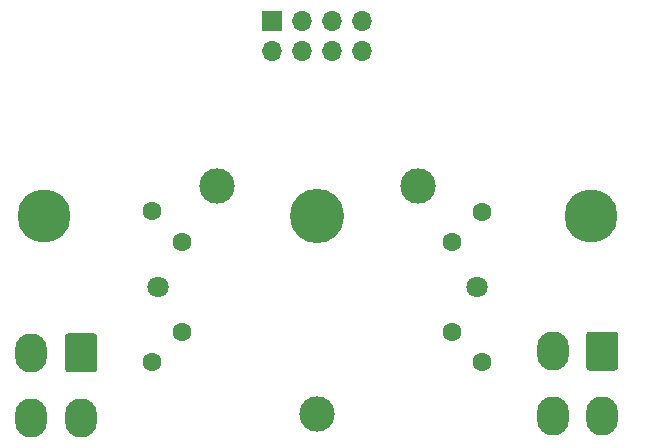
<source format=gbr>
%TF.GenerationSoftware,KiCad,Pcbnew,(5.1.9)-1*%
%TF.CreationDate,2021-11-07T13:18:06-07:00*%
%TF.ProjectId,dual_needle_gauge,6475616c-5f6e-4656-9564-6c655f676175,rev?*%
%TF.SameCoordinates,Original*%
%TF.FileFunction,Soldermask,Bot*%
%TF.FilePolarity,Negative*%
%FSLAX46Y46*%
G04 Gerber Fmt 4.6, Leading zero omitted, Abs format (unit mm)*
G04 Created by KiCad (PCBNEW (5.1.9)-1) date 2021-11-07 13:18:06*
%MOMM*%
%LPD*%
G01*
G04 APERTURE LIST*
%ADD10C,4.500000*%
%ADD11C,1.800000*%
%ADD12C,3.000000*%
%ADD13C,4.600000*%
%ADD14C,1.600000*%
%ADD15O,2.700000X3.300000*%
%ADD16O,1.700000X1.700000*%
%ADD17R,1.700000X1.700000*%
G04 APERTURE END LIST*
D10*
%TO.C,H2*%
X205369341Y-118743176D03*
%TD*%
%TO.C,H1*%
X159014341Y-118743176D03*
%TD*%
D11*
%TO.C,M1*%
X195691841Y-124752866D03*
X168691841Y-124752866D03*
D12*
X182191841Y-135502866D03*
X190681841Y-116262866D03*
X173701841Y-116262866D03*
D13*
X182191841Y-118752866D03*
D14*
X193630417Y-128559283D03*
X193630417Y-120939283D03*
X170770417Y-128559283D03*
X170770417Y-120939283D03*
X196170417Y-131099283D03*
X196170417Y-118399283D03*
X168230417Y-131099283D03*
X168221841Y-118392866D03*
%TD*%
D15*
%TO.C,J3*%
X202121841Y-135709831D03*
X206321841Y-135709831D03*
X202121841Y-130209831D03*
G36*
G01*
X207671841Y-128809832D02*
X207671841Y-131609830D01*
G75*
G02*
X207421840Y-131859831I-250001J0D01*
G01*
X205221842Y-131859831D01*
G75*
G02*
X204971841Y-131609830I0J250001D01*
G01*
X204971841Y-128809832D01*
G75*
G02*
X205221842Y-128559831I250001J0D01*
G01*
X207421840Y-128559831D01*
G75*
G02*
X207671841Y-128809832I0J-250001D01*
G01*
G37*
%TD*%
%TO.C,J1*%
X157989341Y-135863176D03*
X162189341Y-135863176D03*
X157989341Y-130363176D03*
G36*
G01*
X163539341Y-128963177D02*
X163539341Y-131763175D01*
G75*
G02*
X163289340Y-132013176I-250001J0D01*
G01*
X161089342Y-132013176D01*
G75*
G02*
X160839341Y-131763175I0J250001D01*
G01*
X160839341Y-128963177D01*
G75*
G02*
X161089342Y-128713176I250001J0D01*
G01*
X163289340Y-128713176D01*
G75*
G02*
X163539341Y-128963177I0J-250001D01*
G01*
G37*
%TD*%
D16*
%TO.C,J2*%
X186001841Y-104773176D03*
X186001841Y-102233176D03*
X183461841Y-104773176D03*
X183461841Y-102233176D03*
X180921841Y-104773176D03*
X180921841Y-102233176D03*
X178381841Y-104773176D03*
D17*
X178381841Y-102233176D03*
%TD*%
M02*

</source>
